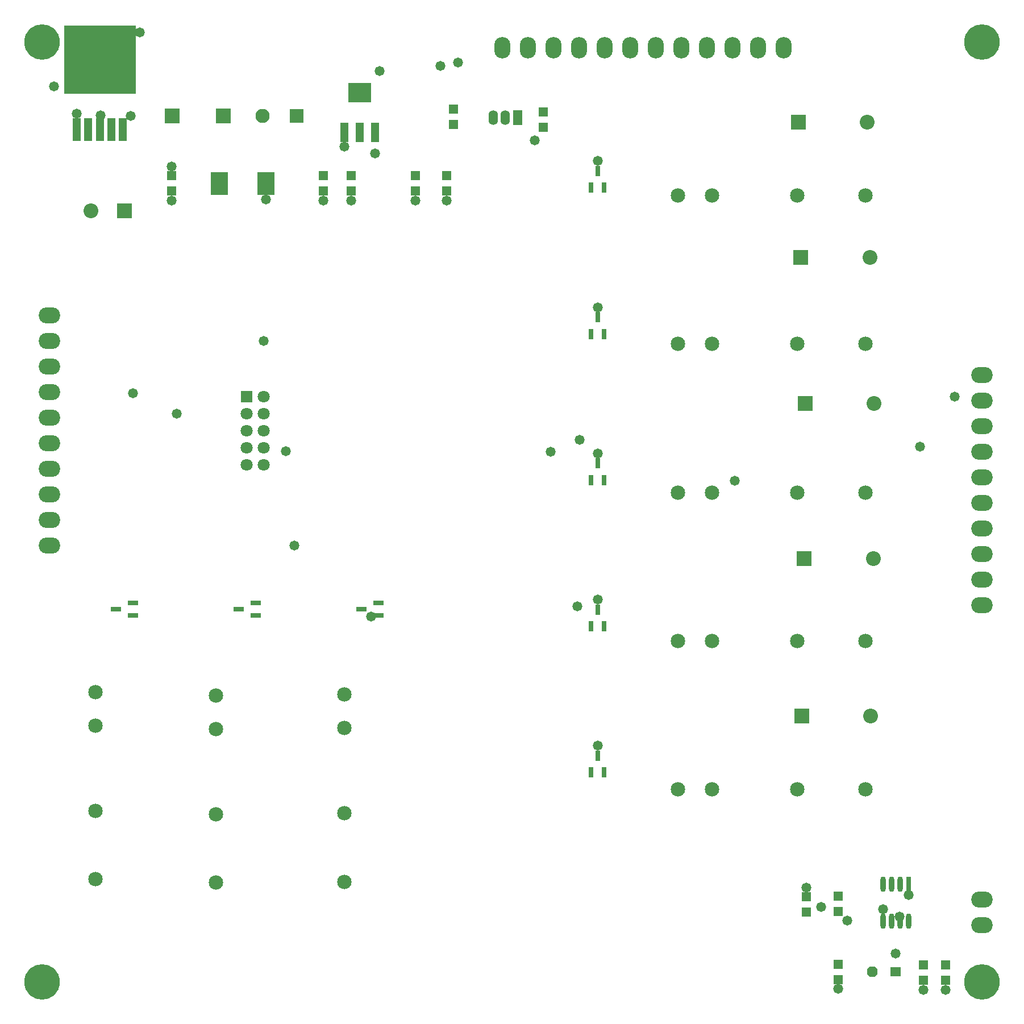
<source format=gts>
G04*
G04 #@! TF.GenerationSoftware,Altium Limited,Altium Designer,22.3.1 (43)*
G04*
G04 Layer_Color=8388736*
%FSLAX25Y25*%
%MOIN*%
G70*
G04*
G04 #@! TF.SameCoordinates,5406EE39-799D-43BB-BE37-E4F8AF43DF71*
G04*
G04*
G04 #@! TF.FilePolarity,Negative*
G04*
G01*
G75*
%ADD33R,0.04934X0.13398*%
%ADD34R,0.41942X0.40170*%
%ADD35O,0.03162X0.09068*%
%ADD36R,0.03162X0.09068*%
%ADD37R,0.05800X0.05800*%
%ADD38R,0.13792X0.11430*%
%ADD39R,0.04737X0.11430*%
%ADD40R,0.03162X0.06312*%
%ADD41R,0.06312X0.03162*%
%ADD42R,0.08674X0.08674*%
G04:AMPARAMS|DCode=43|XSize=63mil|YSize=58mil|CornerRadius=0mil|HoleSize=0mil|Usage=FLASHONLY|Rotation=180.000|XOffset=0mil|YOffset=0mil|HoleType=Round|Shape=Octagon|*
%AMOCTAGOND43*
4,1,8,-0.03150,0.01450,-0.03150,-0.01450,-0.01700,-0.02900,0.01700,-0.02900,0.03150,-0.01450,0.03150,0.01450,0.01700,0.02900,-0.01700,0.02900,-0.03150,0.01450,0.0*
%
%ADD43OCTAGOND43*%

%ADD44R,0.06300X0.05800*%
%ADD45R,0.10249X0.13792*%
%ADD46C,0.07099*%
%ADD47R,0.07099X0.07099*%
%ADD48O,0.12611X0.09461*%
%ADD49C,0.20800*%
%ADD50C,0.08477*%
%ADD51O,0.05524X0.08674*%
%ADD52R,0.05524X0.08674*%
%ADD53O,0.09461X0.12611*%
%ADD54R,0.08674X0.08674*%
%ADD55C,0.08674*%
%ADD56C,0.08280*%
%ADD57R,0.08280X0.08280*%
%ADD58C,0.05800*%
D33*
X40114Y519500D02*
D03*
X66886D02*
D03*
X53500D02*
D03*
X60193D02*
D03*
X46807D02*
D03*
D34*
X53500Y560500D02*
D03*
D35*
X513000Y55173D02*
D03*
X523000Y76827D02*
D03*
X518000D02*
D03*
X513000D02*
D03*
X528000Y55173D02*
D03*
X523000D02*
D03*
X518000D02*
D03*
D36*
X528000Y76827D02*
D03*
D37*
X468000Y69500D02*
D03*
Y60500D02*
D03*
X486500Y70000D02*
D03*
Y61000D02*
D03*
X261000Y522500D02*
D03*
Y531500D02*
D03*
X313500Y521000D02*
D03*
Y530000D02*
D03*
X486500Y30000D02*
D03*
Y21000D02*
D03*
X536500Y29500D02*
D03*
Y20500D02*
D03*
X549500Y29500D02*
D03*
Y20500D02*
D03*
X257000Y492500D02*
D03*
Y483500D02*
D03*
X238500Y492500D02*
D03*
Y483500D02*
D03*
X201000Y492500D02*
D03*
Y483500D02*
D03*
X184500Y492500D02*
D03*
Y483500D02*
D03*
X95500D02*
D03*
Y492500D02*
D03*
D38*
X206000Y541244D02*
D03*
D39*
Y518016D02*
D03*
X215055D02*
D03*
X196945D02*
D03*
D40*
X341759Y485500D02*
D03*
X349240D02*
D03*
X345500Y495397D02*
D03*
X341759Y399750D02*
D03*
X349240D02*
D03*
X345500Y409647D02*
D03*
X341759Y314000D02*
D03*
X349240D02*
D03*
X345500Y323897D02*
D03*
X341759Y228250D02*
D03*
X349240D02*
D03*
X345500Y238147D02*
D03*
X341760Y142500D02*
D03*
X349240D02*
D03*
X345500Y152397D02*
D03*
D41*
X217000Y234520D02*
D03*
Y242000D02*
D03*
X207103Y238260D02*
D03*
X145000Y234520D02*
D03*
Y242000D02*
D03*
X135103Y238260D02*
D03*
X73000Y234520D02*
D03*
Y242000D02*
D03*
X63103Y238260D02*
D03*
D42*
X96000Y527801D02*
D03*
X126000D02*
D03*
X67842Y472000D02*
D03*
D43*
X506750Y25500D02*
D03*
D44*
X520250D02*
D03*
D45*
X123638Y487984D02*
D03*
X151000D02*
D03*
D46*
X149500Y343000D02*
D03*
X139500Y323000D02*
D03*
X149500Y363000D02*
D03*
Y323000D02*
D03*
X139500Y343000D02*
D03*
X149500Y353000D02*
D03*
X139500D02*
D03*
Y333000D02*
D03*
X149500D02*
D03*
D47*
X139500Y363000D02*
D03*
D48*
X24000Y335500D02*
D03*
Y290500D02*
D03*
Y395500D02*
D03*
Y410500D02*
D03*
Y275500D02*
D03*
Y305500D02*
D03*
Y350500D02*
D03*
Y380500D02*
D03*
Y365500D02*
D03*
Y320500D02*
D03*
X571000Y53000D02*
D03*
Y68000D02*
D03*
Y360500D02*
D03*
Y330500D02*
D03*
Y315500D02*
D03*
Y285500D02*
D03*
Y255500D02*
D03*
Y240500D02*
D03*
Y270500D02*
D03*
Y300500D02*
D03*
Y345500D02*
D03*
Y375500D02*
D03*
D49*
X570866Y570866D02*
D03*
X19685D02*
D03*
X570866Y19685D02*
D03*
X19685D02*
D03*
D50*
X462500Y306750D02*
D03*
X412500D02*
D03*
X502657D02*
D03*
X392815D02*
D03*
X462500Y481000D02*
D03*
X412500D02*
D03*
X502657D02*
D03*
X392815D02*
D03*
X462500Y393875D02*
D03*
X412500D02*
D03*
X502657D02*
D03*
X392815D02*
D03*
X462500Y219625D02*
D03*
X412500D02*
D03*
X502657D02*
D03*
X392815D02*
D03*
X462500Y132500D02*
D03*
X412500D02*
D03*
X392815D02*
D03*
X502657D02*
D03*
X197000Y168500D02*
D03*
Y78343D02*
D03*
Y118500D02*
D03*
Y188185D02*
D03*
X121500Y118000D02*
D03*
Y168000D02*
D03*
Y77843D02*
D03*
Y187685D02*
D03*
X51000Y170000D02*
D03*
Y79843D02*
D03*
Y120000D02*
D03*
Y189685D02*
D03*
D51*
X291413Y526500D02*
D03*
X284327D02*
D03*
D52*
X298500D02*
D03*
D53*
X289500Y567500D02*
D03*
X319500D02*
D03*
X349500D02*
D03*
X394500D02*
D03*
X424500D02*
D03*
X454500D02*
D03*
X439500D02*
D03*
X409500D02*
D03*
X379500D02*
D03*
X364500D02*
D03*
X334500D02*
D03*
X304500D02*
D03*
D54*
X463224Y524000D02*
D03*
X464724Y444500D02*
D03*
X467224Y359000D02*
D03*
X466724Y268000D02*
D03*
X465224Y175500D02*
D03*
D55*
X503776Y524000D02*
D03*
X505276Y444500D02*
D03*
X507776Y359000D02*
D03*
X507276Y268000D02*
D03*
X505776Y175500D02*
D03*
X48157Y472000D02*
D03*
D56*
X149000Y527500D02*
D03*
D57*
X169000D02*
D03*
D58*
X212500Y234000D02*
D03*
X77000Y576500D02*
D03*
X40000Y529000D02*
D03*
X54000Y528000D02*
D03*
X71500Y527500D02*
D03*
X26500Y545000D02*
D03*
X318000Y330500D02*
D03*
X335000Y337500D02*
D03*
X73100Y364900D02*
D03*
X555000Y363000D02*
D03*
X534673Y333500D02*
D03*
X520250Y36350D02*
D03*
X426000Y313500D02*
D03*
X528000Y70500D02*
D03*
X522681Y58112D02*
D03*
X253200Y557000D02*
D03*
X149500Y395500D02*
D03*
X333800Y239960D02*
D03*
X476600Y63700D02*
D03*
X492000Y55500D02*
D03*
X345500Y158153D02*
D03*
X345500Y243903D02*
D03*
Y329653D02*
D03*
X95500Y498000D02*
D03*
X345500Y415403D02*
D03*
Y501153D02*
D03*
X468000Y75000D02*
D03*
X486500Y15500D02*
D03*
X95500Y478000D02*
D03*
X151000Y478488D02*
D03*
X513000Y62307D02*
D03*
X184500Y478000D02*
D03*
X201000D02*
D03*
X536500Y15000D02*
D03*
X238500Y478000D02*
D03*
X257000D02*
D03*
X549500Y15000D02*
D03*
X196945Y509701D02*
D03*
X217500Y554000D02*
D03*
X215055Y505500D02*
D03*
X98600Y353000D02*
D03*
X162800Y331000D02*
D03*
X308500Y513200D02*
D03*
X167800Y275500D02*
D03*
X263500Y559000D02*
D03*
M02*

</source>
